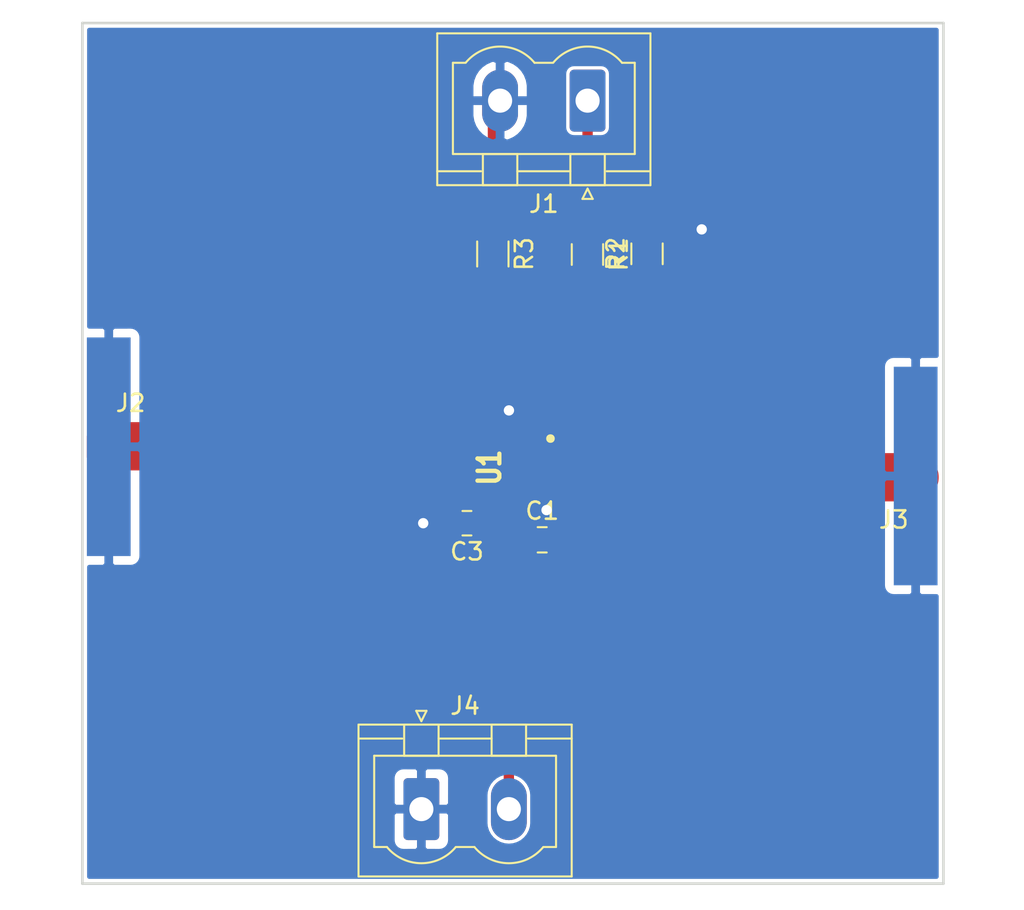
<source format=kicad_pcb>
(kicad_pcb (version 20171130) (host pcbnew "(5.1.10)-1")

  (general
    (thickness 1.6)
    (drawings 5)
    (tracks 64)
    (zones 0)
    (modules 10)
    (nets 7)
  )

  (page A4)
  (layers
    (0 F.Cu signal)
    (31 B.Cu signal)
    (32 B.Adhes user)
    (33 F.Adhes user)
    (34 B.Paste user)
    (35 F.Paste user)
    (36 B.SilkS user)
    (37 F.SilkS user)
    (38 B.Mask user)
    (39 F.Mask user)
    (40 Dwgs.User user)
    (41 Cmts.User user)
    (42 Eco1.User user)
    (43 Eco2.User user)
    (44 Edge.Cuts user)
    (45 Margin user)
    (46 B.CrtYd user)
    (47 F.CrtYd user)
    (48 B.Fab user)
    (49 F.Fab user)
  )

  (setup
    (last_trace_width 1)
    (user_trace_width 0.25)
    (user_trace_width 0.45)
    (user_trace_width 0.6)
    (user_trace_width 2.804)
    (trace_clearance 0.2)
    (zone_clearance 0.2)
    (zone_45_only no)
    (trace_min 0.2)
    (via_size 0.8)
    (via_drill 0.4)
    (via_min_size 0.6)
    (via_min_drill 0.3)
    (uvia_size 0.3)
    (uvia_drill 0.1)
    (uvias_allowed no)
    (uvia_min_size 0.2)
    (uvia_min_drill 0.1)
    (edge_width 0.15)
    (segment_width 0.2)
    (pcb_text_width 0.3)
    (pcb_text_size 1.5 1.5)
    (mod_edge_width 0.15)
    (mod_text_size 1 1)
    (mod_text_width 0.15)
    (pad_size 0.25 0.5)
    (pad_drill 0)
    (pad_to_mask_clearance 0.2)
    (aux_axis_origin 0 0)
    (visible_elements 7FFFFFFF)
    (pcbplotparams
      (layerselection 0x01000_7fffffff)
      (usegerberextensions false)
      (usegerberattributes false)
      (usegerberadvancedattributes false)
      (creategerberjobfile false)
      (excludeedgelayer true)
      (linewidth 0.100000)
      (plotframeref false)
      (viasonmask false)
      (mode 1)
      (useauxorigin false)
      (hpglpennumber 1)
      (hpglpenspeed 20)
      (hpglpendiameter 15.000000)
      (psnegative false)
      (psa4output false)
      (plotreference true)
      (plotvalue true)
      (plotinvisibletext false)
      (padsonsilk false)
      (subtractmaskfromsilk false)
      (outputformat 1)
      (mirror false)
      (drillshape 0)
      (scaleselection 1)
      (outputdirectory "../saida/"))
  )

  (net 0 "")
  (net 1 GND)
  (net 2 +5V)
  (net 3 "Net-(J3-Pad1)")
  (net 4 "Net-(J2-Pad1)")
  (net 5 "Net-(R1-Pad2)")
  (net 6 "Net-(R3-Pad2)")

  (net_class Default "This is the default net class."
    (clearance 0.2)
    (trace_width 1)
    (via_dia 0.8)
    (via_drill 0.4)
    (uvia_dia 0.3)
    (uvia_drill 0.1)
    (add_net +5V)
    (add_net GND)
    (add_net "Net-(J2-Pad1)")
    (add_net "Net-(R1-Pad2)")
    (add_net "Net-(R3-Pad2)")
  )

  (net_class Micro50 ""
    (clearance 0.2)
    (trace_width 2.8039)
    (via_dia 0.8)
    (via_drill 0.4)
    (uvia_dia 0.3)
    (uvia_drill 0.1)
    (add_net "Net-(J3-Pad1)")
  )

  (module Capacitor_SMD:C_0805_2012Metric (layer F.Cu) (tedit 5F68FEEE) (tstamp 60018F1A)
    (at 146.6088 97.4852)
    (descr "Capacitor SMD 0805 (2012 Metric), square (rectangular) end terminal, IPC_7351 nominal, (Body size source: IPC-SM-782 page 76, https://www.pcb-3d.com/wordpress/wp-content/uploads/ipc-sm-782a_amendment_1_and_2.pdf, https://docs.google.com/spreadsheets/d/1BsfQQcO9C6DZCsRaXUlFlo91Tg2WpOkGARC1WS5S8t0/edit?usp=sharing), generated with kicad-footprint-generator")
    (tags capacitor)
    (path /600C3614)
    (attr smd)
    (fp_text reference C1 (at 0 -1.68) (layer F.SilkS)
      (effects (font (size 1 1) (thickness 0.15)))
    )
    (fp_text value 220pF (at 0 1.68) (layer F.Fab)
      (effects (font (size 1 1) (thickness 0.15)))
    )
    (fp_line (start -1 0.625) (end -1 -0.625) (layer F.Fab) (width 0.1))
    (fp_line (start -1 -0.625) (end 1 -0.625) (layer F.Fab) (width 0.1))
    (fp_line (start 1 -0.625) (end 1 0.625) (layer F.Fab) (width 0.1))
    (fp_line (start 1 0.625) (end -1 0.625) (layer F.Fab) (width 0.1))
    (fp_line (start -0.261252 -0.735) (end 0.261252 -0.735) (layer F.SilkS) (width 0.12))
    (fp_line (start -0.261252 0.735) (end 0.261252 0.735) (layer F.SilkS) (width 0.12))
    (fp_line (start -1.7 0.98) (end -1.7 -0.98) (layer F.CrtYd) (width 0.05))
    (fp_line (start -1.7 -0.98) (end 1.7 -0.98) (layer F.CrtYd) (width 0.05))
    (fp_line (start 1.7 -0.98) (end 1.7 0.98) (layer F.CrtYd) (width 0.05))
    (fp_line (start 1.7 0.98) (end -1.7 0.98) (layer F.CrtYd) (width 0.05))
    (fp_text user %R (at 0 0) (layer F.Fab)
      (effects (font (size 0.5 0.5) (thickness 0.08)))
    )
    (pad 2 smd roundrect (at 0.95 0) (size 1 1.45) (layers F.Cu F.Paste F.Mask) (roundrect_rratio 0.25)
      (net 1 GND))
    (pad 1 smd roundrect (at -0.95 0) (size 1 1.45) (layers F.Cu F.Paste F.Mask) (roundrect_rratio 0.25)
      (net 2 +5V))
    (model ${KISYS3DMOD}/Capacitor_SMD.3dshapes/C_0805_2012Metric.wrl
      (at (xyz 0 0 0))
      (scale (xyz 1 1 1))
      (rotate (xyz 0 0 0))
    )
  )

  (module SamacSys_Parts:QFN-8 (layer F.Cu) (tedit 6000EF1F) (tstamp 5D8C38D3)
    (at 145.69032 92.92786 270)
    (descr SE2568LR)
    (tags "Undefined or Miscellaneous")
    (path /5D8B3991)
    (attr smd)
    (fp_text reference U1 (at 0.35814 2.14376 90) (layer F.SilkS)
      (effects (font (size 1.27 1) (thickness 0.25)))
    )
    (fp_text value SE2609L-R (at -0.73914 2.95402 90) (layer F.SilkS) hide
      (effects (font (size 1.27 1.27) (thickness 0.254)))
    )
    (fp_line (start -1.575 -1.275) (end 1.575 -1.275) (layer F.CrtYd) (width 0.05))
    (fp_line (start 1.575 -1.275) (end 1.575 1.275) (layer F.CrtYd) (width 0.05))
    (fp_line (start 1.575 1.275) (end -1.575 1.275) (layer F.CrtYd) (width 0.05))
    (fp_line (start -1.575 1.275) (end -1.575 -1.275) (layer F.CrtYd) (width 0.05))
    (fp_line (start -1 -1) (end 1 -1) (layer F.Fab) (width 0.1))
    (fp_line (start 1 -1) (end 1 1) (layer F.Fab) (width 0.1))
    (fp_line (start 1 1) (end -1 1) (layer F.Fab) (width 0.1))
    (fp_line (start -1 1) (end -1 -1) (layer F.Fab) (width 0.1))
    (fp_line (start -1 -0.5) (end -0.5 -1) (layer F.Fab) (width 0.1))
    (fp_circle (center -1.325 -1.4) (end -1.325 -1.275) (layer F.SilkS) (width 0.25))
    (fp_text user %R (at 0.16002 2.56794 90) (layer F.Fab)
      (effects (font (size 1.27 1.27) (thickness 0.254)))
    )
    (pad 1 smd rect (at -0.85 -0.75) (size 0.25 0.5) (layers F.Cu F.Paste F.Mask)
      (net 5 "Net-(R1-Pad2)"))
    (pad 2 smd rect (at -0.85 -0.25) (size 0.25 0.5) (layers F.Cu F.Paste F.Mask)
      (net 6 "Net-(R3-Pad2)"))
    (pad 3 smd rect (at -0.85 0.25) (size 0.25 0.5) (layers F.Cu F.Paste F.Mask)
      (net 1 GND))
    (pad 4 smd rect (at -0.85 0.75) (size 0.25 0.5) (layers F.Cu F.Paste F.Mask)
      (net 4 "Net-(J2-Pad1)"))
    (pad 5 smd rect (at 0.85 0.75) (size 0.25 0.5) (layers F.Cu F.Paste F.Mask)
      (net 2 +5V))
    (pad 6 smd rect (at 0.85 0.25) (size 0.25 0.5) (layers F.Cu F.Paste F.Mask)
      (net 2 +5V))
    (pad 7 smd rect (at 0.85 -0.25) (size 0.25 0.5) (layers F.Cu F.Paste F.Mask)
      (net 1 GND))
    (pad 8 smd rect (at 0.85 -0.75) (size 0.25 0.5) (layers F.Cu F.Paste F.Mask)
      (net 3 "Net-(J3-Pad1)"))
    (pad 9 smd rect (at 0 0 270) (size 0.9 1.6) (layers F.Cu F.Paste F.Mask)
      (net 1 GND))
    (model C:\SamacSys_PCB_Library\KiCad\SamacSys_Parts.3dshapes\SE2609L-R.stp
      (at (xyz 0 0 0))
      (scale (xyz 1 1 1))
      (rotate (xyz 0 0 0))
    )
  )

  (module Resistor_SMD:R_1206_3216Metric (layer F.Cu) (tedit 5F68FEEE) (tstamp 60011E3D)
    (at 143.74368 80.87868 270)
    (descr "Resistor SMD 1206 (3216 Metric), square (rectangular) end terminal, IPC_7351 nominal, (Body size source: IPC-SM-782 page 72, https://www.pcb-3d.com/wordpress/wp-content/uploads/ipc-sm-782a_amendment_1_and_2.pdf), generated with kicad-footprint-generator")
    (tags resistor)
    (path /6004BC28)
    (attr smd)
    (fp_text reference R3 (at 0 -1.82 90) (layer F.SilkS)
      (effects (font (size 1 1) (thickness 0.15)))
    )
    (fp_text value 10k (at 0 1.82 90) (layer F.Fab)
      (effects (font (size 1 1) (thickness 0.15)))
    )
    (fp_line (start 2.28 1.12) (end -2.28 1.12) (layer F.CrtYd) (width 0.05))
    (fp_line (start 2.28 -1.12) (end 2.28 1.12) (layer F.CrtYd) (width 0.05))
    (fp_line (start -2.28 -1.12) (end 2.28 -1.12) (layer F.CrtYd) (width 0.05))
    (fp_line (start -2.28 1.12) (end -2.28 -1.12) (layer F.CrtYd) (width 0.05))
    (fp_line (start -0.727064 0.91) (end 0.727064 0.91) (layer F.SilkS) (width 0.12))
    (fp_line (start -0.727064 -0.91) (end 0.727064 -0.91) (layer F.SilkS) (width 0.12))
    (fp_line (start 1.6 0.8) (end -1.6 0.8) (layer F.Fab) (width 0.1))
    (fp_line (start 1.6 -0.8) (end 1.6 0.8) (layer F.Fab) (width 0.1))
    (fp_line (start -1.6 -0.8) (end 1.6 -0.8) (layer F.Fab) (width 0.1))
    (fp_line (start -1.6 0.8) (end -1.6 -0.8) (layer F.Fab) (width 0.1))
    (fp_text user %R (at 0.24438 -0.11684 90) (layer F.Fab)
      (effects (font (size 0.8 0.8) (thickness 0.12)))
    )
    (pad 2 smd roundrect (at 1.4625 0 270) (size 1.125 1.75) (layers F.Cu F.Paste F.Mask) (roundrect_rratio 0.2222195555555556)
      (net 6 "Net-(R3-Pad2)"))
    (pad 1 smd roundrect (at -1.4625 0 270) (size 1.125 1.75) (layers F.Cu F.Paste F.Mask) (roundrect_rratio 0.2222195555555556)
      (net 1 GND))
    (model ${KISYS3DMOD}/Resistor_SMD.3dshapes/R_1206_3216Metric.wrl
      (at (xyz 0 0 0))
      (scale (xyz 1 1 1))
      (rotate (xyz 0 0 0))
    )
  )

  (module Connector_Phoenix_MSTB:PhoenixContact_MSTBVA_2,5_2-G-5,08_1x02_P5.08mm_Vertical (layer F.Cu) (tedit 5B785047) (tstamp 60011E0C)
    (at 139.59332 113.1316)
    (descr "Generic Phoenix Contact connector footprint for: MSTBVA_2,5/2-G-5,08; number of pins: 02; pin pitch: 5.08mm; Vertical || order number: 1755736 12A || order number: 1924305 16A (HC)")
    (tags "phoenix_contact connector MSTBVA_01x02_G_5.08mm")
    (path /6000FAFE)
    (fp_text reference J4 (at 2.54 -6) (layer F.SilkS)
      (effects (font (size 1 1) (thickness 0.15)))
    )
    (fp_text value Conn_01x02 (at 2.54 5) (layer F.Fab)
      (effects (font (size 1 1) (thickness 0.15)))
    )
    (fp_line (start -0.5 -3.55) (end 0.5 -3.55) (layer F.Fab) (width 0.1))
    (fp_line (start 0 -2.55) (end -0.5 -3.55) (layer F.Fab) (width 0.1))
    (fp_line (start 0.5 -3.55) (end 0 -2.55) (layer F.Fab) (width 0.1))
    (fp_line (start -0.3 -5.71) (end 0.3 -5.71) (layer F.SilkS) (width 0.12))
    (fp_line (start 0 -5.11) (end -0.3 -5.71) (layer F.SilkS) (width 0.12))
    (fp_line (start 0.3 -5.71) (end 0 -5.11) (layer F.SilkS) (width 0.12))
    (fp_line (start 9.12 -5.3) (end -4.04 -5.3) (layer F.CrtYd) (width 0.05))
    (fp_line (start 9.12 4.3) (end 9.12 -5.3) (layer F.CrtYd) (width 0.05))
    (fp_line (start -4.04 4.3) (end 9.12 4.3) (layer F.CrtYd) (width 0.05))
    (fp_line (start -4.04 -5.3) (end -4.04 4.3) (layer F.CrtYd) (width 0.05))
    (fp_line (start 7.82 2.2) (end 7.08 2.2) (layer F.SilkS) (width 0.12))
    (fp_line (start 7.82 -3.1) (end 7.82 2.2) (layer F.SilkS) (width 0.12))
    (fp_line (start -2.74 -3.1) (end 7.82 -3.1) (layer F.SilkS) (width 0.12))
    (fp_line (start -2.74 2.2) (end -2.74 -3.1) (layer F.SilkS) (width 0.12))
    (fp_line (start -2 2.2) (end -2.74 2.2) (layer F.SilkS) (width 0.12))
    (fp_line (start 2 2.2) (end 3.08 2.2) (layer F.SilkS) (width 0.12))
    (fp_line (start 6.08 -3.1) (end 4.08 -3.1) (layer F.SilkS) (width 0.12))
    (fp_line (start 6.08 -4.91) (end 6.08 -3.1) (layer F.SilkS) (width 0.12))
    (fp_line (start 4.08 -4.91) (end 6.08 -4.91) (layer F.SilkS) (width 0.12))
    (fp_line (start 4.08 -3.1) (end 4.08 -4.91) (layer F.SilkS) (width 0.12))
    (fp_line (start 1 -3.1) (end -1 -3.1) (layer F.SilkS) (width 0.12))
    (fp_line (start 1 -4.91) (end 1 -3.1) (layer F.SilkS) (width 0.12))
    (fp_line (start -1 -4.91) (end 1 -4.91) (layer F.SilkS) (width 0.12))
    (fp_line (start -1 -3.1) (end -1 -4.91) (layer F.SilkS) (width 0.12))
    (fp_line (start 1 -4.1) (end 4.08 -4.1) (layer F.SilkS) (width 0.12))
    (fp_line (start 8.73 -4.1) (end 6.19 -4.1) (layer F.SilkS) (width 0.12))
    (fp_line (start -3.65 -4.1) (end -1.11 -4.1) (layer F.SilkS) (width 0.12))
    (fp_line (start 8.62 -4.8) (end -3.54 -4.8) (layer F.Fab) (width 0.1))
    (fp_line (start 8.62 3.8) (end 8.62 -4.8) (layer F.Fab) (width 0.1))
    (fp_line (start -3.54 3.8) (end 8.62 3.8) (layer F.Fab) (width 0.1))
    (fp_line (start -3.54 -4.8) (end -3.54 3.8) (layer F.Fab) (width 0.1))
    (fp_line (start 8.73 -4.91) (end -3.65 -4.91) (layer F.SilkS) (width 0.12))
    (fp_line (start 8.73 3.91) (end 8.73 -4.91) (layer F.SilkS) (width 0.12))
    (fp_line (start -3.65 3.91) (end 8.73 3.91) (layer F.SilkS) (width 0.12))
    (fp_line (start -3.65 -4.91) (end -3.65 3.91) (layer F.SilkS) (width 0.12))
    (fp_text user %R (at 2.54 -4.1) (layer F.Fab)
      (effects (font (size 1 1) (thickness 0.15)))
    )
    (fp_arc (start 5.08 0.55) (end 3.08 2.2) (angle -100.5) (layer F.SilkS) (width 0.12))
    (fp_arc (start 0 0.55) (end -2 2.2) (angle -100.5) (layer F.SilkS) (width 0.12))
    (pad 2 thru_hole oval (at 5.08 0) (size 2.08 3.6) (drill 1.4) (layers *.Cu *.Mask)
      (net 2 +5V))
    (pad 1 thru_hole roundrect (at 0 0) (size 2.08 3.6) (drill 1.4) (layers *.Cu *.Mask) (roundrect_rratio 0.1201908653846154)
      (net 1 GND))
    (model ${KISYS3DMOD}/Connector_Phoenix_MSTB.3dshapes/PhoenixContact_MSTBVA_2,5_2-G-5,08_1x02_P5.08mm_Vertical.wrl
      (at (xyz 0 0 0))
      (scale (xyz 1 1 1))
      (rotate (xyz 0 0 0))
    )
  )

  (module Resistor_SMD:R_1206_3216Metric (layer F.Cu) (tedit 5B301BBD) (tstamp 5D8C38BB)
    (at 152.69688 80.86828 90)
    (descr "Resistor SMD 1206 (3216 Metric), square (rectangular) end terminal, IPC_7351 nominal, (Body size source: http://www.tortai-tech.com/upload/download/2011102023233369053.pdf), generated with kicad-footprint-generator")
    (tags resistor)
    (path /5D8C07D3)
    (attr smd)
    (fp_text reference R2 (at 0 -1.82 90) (layer F.SilkS)
      (effects (font (size 1 1) (thickness 0.15)))
    )
    (fp_text value 22K (at 0 1.82 90) (layer F.Fab)
      (effects (font (size 1 1) (thickness 0.15)))
    )
    (fp_line (start 2.28 1.12) (end -2.28 1.12) (layer F.CrtYd) (width 0.05))
    (fp_line (start 2.28 -1.12) (end 2.28 1.12) (layer F.CrtYd) (width 0.05))
    (fp_line (start -2.28 -1.12) (end 2.28 -1.12) (layer F.CrtYd) (width 0.05))
    (fp_line (start -2.28 1.12) (end -2.28 -1.12) (layer F.CrtYd) (width 0.05))
    (fp_line (start -0.602064 0.91) (end 0.602064 0.91) (layer F.SilkS) (width 0.12))
    (fp_line (start -0.602064 -0.91) (end 0.602064 -0.91) (layer F.SilkS) (width 0.12))
    (fp_line (start 1.6 0.8) (end -1.6 0.8) (layer F.Fab) (width 0.1))
    (fp_line (start 1.6 -0.8) (end 1.6 0.8) (layer F.Fab) (width 0.1))
    (fp_line (start -1.6 -0.8) (end 1.6 -0.8) (layer F.Fab) (width 0.1))
    (fp_line (start -1.6 0.8) (end -1.6 -0.8) (layer F.Fab) (width 0.1))
    (fp_text user %R (at 0.07 -0.09 90) (layer F.Fab)
      (effects (font (size 0.8 0.8) (thickness 0.12)))
    )
    (pad 2 smd roundrect (at 1.4 0 90) (size 1.25 1.75) (layers F.Cu F.Paste F.Mask) (roundrect_rratio 0.2)
      (net 1 GND))
    (pad 1 smd roundrect (at -1.4 0 90) (size 1.25 1.75) (layers F.Cu F.Paste F.Mask) (roundrect_rratio 0.2)
      (net 5 "Net-(R1-Pad2)"))
    (model ${KISYS3DMOD}/Resistor_SMD.3dshapes/R_1206_3216Metric.wrl
      (at (xyz 0 0 0))
      (scale (xyz 1 1 1))
      (rotate (xyz 0 0 0))
    )
  )

  (module Resistor_SMD:R_1206_3216Metric (layer F.Cu) (tedit 5B301BBD) (tstamp 5D8C38AA)
    (at 149.23688 80.90828 270)
    (descr "Resistor SMD 1206 (3216 Metric), square (rectangular) end terminal, IPC_7351 nominal, (Body size source: http://www.tortai-tech.com/upload/download/2011102023233369053.pdf), generated with kicad-footprint-generator")
    (tags resistor)
    (path /5D8C118C)
    (attr smd)
    (fp_text reference R1 (at 0 -1.82 90) (layer F.SilkS)
      (effects (font (size 1 1) (thickness 0.15)))
    )
    (fp_text value 3.3K (at 0 1.82 90) (layer F.Fab)
      (effects (font (size 1 1) (thickness 0.15)))
    )
    (fp_line (start 2.28 1.12) (end -2.28 1.12) (layer F.CrtYd) (width 0.05))
    (fp_line (start 2.28 -1.12) (end 2.28 1.12) (layer F.CrtYd) (width 0.05))
    (fp_line (start -2.28 -1.12) (end 2.28 -1.12) (layer F.CrtYd) (width 0.05))
    (fp_line (start -2.28 1.12) (end -2.28 -1.12) (layer F.CrtYd) (width 0.05))
    (fp_line (start -0.602064 0.91) (end 0.602064 0.91) (layer F.SilkS) (width 0.12))
    (fp_line (start -0.602064 -0.91) (end 0.602064 -0.91) (layer F.SilkS) (width 0.12))
    (fp_line (start 1.6 0.8) (end -1.6 0.8) (layer F.Fab) (width 0.1))
    (fp_line (start 1.6 -0.8) (end 1.6 0.8) (layer F.Fab) (width 0.1))
    (fp_line (start -1.6 -0.8) (end 1.6 -0.8) (layer F.Fab) (width 0.1))
    (fp_line (start -1.6 0.8) (end -1.6 -0.8) (layer F.Fab) (width 0.1))
    (fp_text user %R (at 0.17 0.02 90) (layer F.Fab)
      (effects (font (size 0.8 0.8) (thickness 0.12)))
    )
    (pad 2 smd roundrect (at 1.4 0 270) (size 1.25 1.75) (layers F.Cu F.Paste F.Mask) (roundrect_rratio 0.2)
      (net 5 "Net-(R1-Pad2)"))
    (pad 1 smd roundrect (at -1.4 0 270) (size 1.25 1.75) (layers F.Cu F.Paste F.Mask) (roundrect_rratio 0.2)
      (net 2 +5V))
    (model ${KISYS3DMOD}/Resistor_SMD.3dshapes/R_1206_3216Metric.wrl
      (at (xyz 0 0 0))
      (scale (xyz 1 1 1))
      (rotate (xyz 0 0 0))
    )
  )

  (module footprints:SMA_Amphenol_901-9215_EdgeMount (layer F.Cu) (tedit 5C4A10C0) (tstamp 5D8C3851)
    (at 125.25032 92.07786 180)
    (descr http://www.amphenolrf.com/132289.html)
    (tags SMA)
    (path /5D8B185D)
    (attr smd)
    (fp_text reference J2 (at 2.54 2.54 180) (layer F.SilkS)
      (effects (font (size 1 1) (thickness 0.15)))
    )
    (fp_text value Conn_Coaxial (at 5 7.62) (layer F.Fab)
      (effects (font (size 1 1) (thickness 0.15)))
    )
    (fp_line (start -2.54 6.35) (end -2.54 -6.35) (layer B.CrtYd) (width 0.05))
    (fp_line (start 5.08 6.35) (end -2.54 6.35) (layer B.CrtYd) (width 0.05))
    (fp_line (start 5.08 -6.35) (end 5.08 6.35) (layer B.CrtYd) (width 0.05))
    (fp_line (start 5.08 -6.35) (end -2.54 -6.35) (layer B.CrtYd) (width 0.05))
    (fp_line (start -2.54 6.35) (end -2.54 -6.35) (layer F.CrtYd) (width 0.05))
    (fp_line (start 5.08 6.35) (end -2.54 6.35) (layer F.CrtYd) (width 0.05))
    (fp_line (start 5.08 -6.35) (end 5.08 6.35) (layer F.CrtYd) (width 0.05))
    (fp_line (start 5.08 -6.35) (end -2.54 -6.35) (layer F.CrtYd) (width 0.05))
    (fp_text user %R (at 1.27 -3.81 270) (layer F.Fab)
      (effects (font (size 1 1) (thickness 0.15)))
    )
    (pad 1 smd rect (at 1.27 0 270) (size 1.27 7.62) (layers F.Cu F.Paste F.Mask)
      (net 4 "Net-(J2-Pad1)"))
    (pad 2 smd rect (at 3.81 0) (size 2.54 12.7) (layers B.Cu B.Paste B.Mask)
      (net 1 GND))
    (model ${KISYS3DMOD}/Connector_Coaxial.3dshapes/SMA_Amphenol_132289_EdgeMount.wrl
      (at (xyz 0 0 0))
      (scale (xyz 1 1 1))
      (rotate (xyz 0 0 0))
    )
    (model C:/Users/USER/Desktop/901-9215-REV-1.igs
      (offset (xyz 14.73199977874756 0 0.6349999904632568))
      (scale (xyz 1 1 1))
      (rotate (xyz 0 180 0))
    )
  )

  (module Connector_Phoenix_MSTB:PhoenixContact_MSTBVA_2,5_2-G-5,08_1x02_P5.08mm_Vertical (layer F.Cu) (tedit 5B785047) (tstamp 5D8C430E)
    (at 149.2446 71.97004 180)
    (descr "Generic Phoenix Contact connector footprint for: MSTBVA_2,5/2-G-5,08; number of pins: 02; pin pitch: 5.08mm; Vertical || order number: 1755736 12A || order number: 1924305 16A (HC)")
    (tags "phoenix_contact connector MSTBVA_01x02_G_5.08mm")
    (path /5C4FA506)
    (fp_text reference J1 (at 2.54 -6) (layer F.SilkS)
      (effects (font (size 1 1) (thickness 0.15)))
    )
    (fp_text value Conn_01x02 (at 2.54 5) (layer F.Fab)
      (effects (font (size 1 1) (thickness 0.15)))
    )
    (fp_line (start -0.5 -3.55) (end 0.5 -3.55) (layer F.Fab) (width 0.1))
    (fp_line (start 0 -2.55) (end -0.5 -3.55) (layer F.Fab) (width 0.1))
    (fp_line (start 0.5 -3.55) (end 0 -2.55) (layer F.Fab) (width 0.1))
    (fp_line (start -0.3 -5.71) (end 0.3 -5.71) (layer F.SilkS) (width 0.12))
    (fp_line (start 0 -5.11) (end -0.3 -5.71) (layer F.SilkS) (width 0.12))
    (fp_line (start 0.3 -5.71) (end 0 -5.11) (layer F.SilkS) (width 0.12))
    (fp_line (start 9.12 -5.3) (end -4.04 -5.3) (layer F.CrtYd) (width 0.05))
    (fp_line (start 9.12 4.3) (end 9.12 -5.3) (layer F.CrtYd) (width 0.05))
    (fp_line (start -4.04 4.3) (end 9.12 4.3) (layer F.CrtYd) (width 0.05))
    (fp_line (start -4.04 -5.3) (end -4.04 4.3) (layer F.CrtYd) (width 0.05))
    (fp_line (start 7.82 2.2) (end 7.08 2.2) (layer F.SilkS) (width 0.12))
    (fp_line (start 7.82 -3.1) (end 7.82 2.2) (layer F.SilkS) (width 0.12))
    (fp_line (start -2.74 -3.1) (end 7.82 -3.1) (layer F.SilkS) (width 0.12))
    (fp_line (start -2.74 2.2) (end -2.74 -3.1) (layer F.SilkS) (width 0.12))
    (fp_line (start -2 2.2) (end -2.74 2.2) (layer F.SilkS) (width 0.12))
    (fp_line (start 2 2.2) (end 3.08 2.2) (layer F.SilkS) (width 0.12))
    (fp_line (start 6.08 -3.1) (end 4.08 -3.1) (layer F.SilkS) (width 0.12))
    (fp_line (start 6.08 -4.91) (end 6.08 -3.1) (layer F.SilkS) (width 0.12))
    (fp_line (start 4.08 -4.91) (end 6.08 -4.91) (layer F.SilkS) (width 0.12))
    (fp_line (start 4.08 -3.1) (end 4.08 -4.91) (layer F.SilkS) (width 0.12))
    (fp_line (start 1 -3.1) (end -1 -3.1) (layer F.SilkS) (width 0.12))
    (fp_line (start 1 -4.91) (end 1 -3.1) (layer F.SilkS) (width 0.12))
    (fp_line (start -1 -4.91) (end 1 -4.91) (layer F.SilkS) (width 0.12))
    (fp_line (start -1 -3.1) (end -1 -4.91) (layer F.SilkS) (width 0.12))
    (fp_line (start 1 -4.1) (end 4.08 -4.1) (layer F.SilkS) (width 0.12))
    (fp_line (start 8.73 -4.1) (end 6.19 -4.1) (layer F.SilkS) (width 0.12))
    (fp_line (start -3.65 -4.1) (end -1.11 -4.1) (layer F.SilkS) (width 0.12))
    (fp_line (start 8.62 -4.8) (end -3.54 -4.8) (layer F.Fab) (width 0.1))
    (fp_line (start 8.62 3.8) (end 8.62 -4.8) (layer F.Fab) (width 0.1))
    (fp_line (start -3.54 3.8) (end 8.62 3.8) (layer F.Fab) (width 0.1))
    (fp_line (start -3.54 -4.8) (end -3.54 3.8) (layer F.Fab) (width 0.1))
    (fp_line (start 8.73 -4.91) (end -3.65 -4.91) (layer F.SilkS) (width 0.12))
    (fp_line (start 8.73 3.91) (end 8.73 -4.91) (layer F.SilkS) (width 0.12))
    (fp_line (start -3.65 3.91) (end 8.73 3.91) (layer F.SilkS) (width 0.12))
    (fp_line (start -3.65 -4.91) (end -3.65 3.91) (layer F.SilkS) (width 0.12))
    (fp_text user %R (at 2.54 -4.1) (layer F.Fab)
      (effects (font (size 1 1) (thickness 0.15)))
    )
    (fp_arc (start 5.08 0.55) (end 3.08 2.2) (angle -100.5) (layer F.SilkS) (width 0.12))
    (fp_arc (start 0 0.55) (end -2 2.2) (angle -100.5) (layer F.SilkS) (width 0.12))
    (pad 2 thru_hole oval (at 5.08 0 180) (size 2.08 3.6) (drill 1.4) (layers *.Cu *.Mask)
      (net 1 GND))
    (pad 1 thru_hole roundrect (at 0 0 180) (size 2.08 3.6) (drill 1.4) (layers *.Cu *.Mask) (roundrect_rratio 0.1201908653846154)
      (net 2 +5V))
    (model ${KISYS3DMOD}/Connector_Phoenix_MSTB.3dshapes/PhoenixContact_MSTBVA_2,5_2-G-5,08_1x02_P5.08mm_Vertical.wrl
      (at (xyz 0 0 0))
      (scale (xyz 1 1 1))
      (rotate (xyz 0 0 0))
    )
  )

  (module footprints:SMA_Amphenol_901-9215_EdgeMount (layer F.Cu) (tedit 5C4A10C0) (tstamp 6001241C)
    (at 164.48532 93.77786)
    (descr http://www.amphenolrf.com/132289.html)
    (tags SMA)
    (path /5C49BA5D)
    (attr smd)
    (fp_text reference J3 (at 2.54 2.54) (layer F.SilkS)
      (effects (font (size 1 1) (thickness 0.15)))
    )
    (fp_text value Conn_Coaxial (at 5 7.62 180) (layer F.Fab)
      (effects (font (size 1 1) (thickness 0.15)))
    )
    (fp_line (start -2.54 6.35) (end -2.54 -6.35) (layer B.CrtYd) (width 0.05))
    (fp_line (start 5.08 6.35) (end -2.54 6.35) (layer B.CrtYd) (width 0.05))
    (fp_line (start 5.08 -6.35) (end 5.08 6.35) (layer B.CrtYd) (width 0.05))
    (fp_line (start 5.08 -6.35) (end -2.54 -6.35) (layer B.CrtYd) (width 0.05))
    (fp_line (start -2.54 6.35) (end -2.54 -6.35) (layer F.CrtYd) (width 0.05))
    (fp_line (start 5.08 6.35) (end -2.54 6.35) (layer F.CrtYd) (width 0.05))
    (fp_line (start 5.08 -6.35) (end 5.08 6.35) (layer F.CrtYd) (width 0.05))
    (fp_line (start 5.08 -6.35) (end -2.54 -6.35) (layer F.CrtYd) (width 0.05))
    (fp_text user %R (at 1.27 -3.81 90) (layer F.Fab)
      (effects (font (size 1 1) (thickness 0.15)))
    )
    (pad 1 smd rect (at 1.27 0 90) (size 1.27 7.62) (layers F.Cu F.Paste F.Mask)
      (net 3 "Net-(J3-Pad1)"))
    (pad 2 smd rect (at 3.81 0 180) (size 2.54 12.7) (layers B.Cu B.Paste B.Mask)
      (net 1 GND))
    (model ${KISYS3DMOD}/Connector_Coaxial.3dshapes/SMA_Amphenol_132289_EdgeMount.wrl
      (at (xyz 0 0 0))
      (scale (xyz 1 1 1))
      (rotate (xyz 0 0 0))
    )
    (model C:/Users/USER/Desktop/901-9215-REV-1.igs
      (offset (xyz 14.73199977874756 0 0.6349999904632568))
      (scale (xyz 1 1 1))
      (rotate (xyz 0 180 0))
    )
  )

  (module Capacitor_SMD:C_0805_2012Metric (layer F.Cu) (tedit 5B36C52B) (tstamp 5D54D458)
    (at 142.24 96.52 180)
    (descr "Capacitor SMD 0805 (2012 Metric), square (rectangular) end terminal, IPC_7351 nominal, (Body size source: https://docs.google.com/spreadsheets/d/1BsfQQcO9C6DZCsRaXUlFlo91Tg2WpOkGARC1WS5S8t0/edit?usp=sharing), generated with kicad-footprint-generator")
    (tags capacitor)
    (path /5C4FA0B6)
    (attr smd)
    (fp_text reference C3 (at 0 -1.65) (layer F.SilkS)
      (effects (font (size 1 1) (thickness 0.15)))
    )
    (fp_text value 220pF (at 0 1.65) (layer F.Fab)
      (effects (font (size 1 1) (thickness 0.15)))
    )
    (fp_line (start 1.68 0.95) (end -1.68 0.95) (layer F.CrtYd) (width 0.05))
    (fp_line (start 1.68 -0.95) (end 1.68 0.95) (layer F.CrtYd) (width 0.05))
    (fp_line (start -1.68 -0.95) (end 1.68 -0.95) (layer F.CrtYd) (width 0.05))
    (fp_line (start -1.68 0.95) (end -1.68 -0.95) (layer F.CrtYd) (width 0.05))
    (fp_line (start -0.258578 0.71) (end 0.258578 0.71) (layer F.SilkS) (width 0.12))
    (fp_line (start -0.258578 -0.71) (end 0.258578 -0.71) (layer F.SilkS) (width 0.12))
    (fp_line (start 1 0.6) (end -1 0.6) (layer F.Fab) (width 0.1))
    (fp_line (start 1 -0.6) (end 1 0.6) (layer F.Fab) (width 0.1))
    (fp_line (start -1 -0.6) (end 1 -0.6) (layer F.Fab) (width 0.1))
    (fp_line (start -1 0.6) (end -1 -0.6) (layer F.Fab) (width 0.1))
    (fp_text user %R (at -0.1175 -0.05) (layer F.Fab)
      (effects (font (size 0.5 0.5) (thickness 0.08)))
    )
    (pad 2 smd roundrect (at 0.9375 0 180) (size 0.975 1.4) (layers F.Cu F.Paste F.Mask) (roundrect_rratio 0.25)
      (net 1 GND))
    (pad 1 smd roundrect (at -0.9375 0 180) (size 0.975 1.4) (layers F.Cu F.Paste F.Mask) (roundrect_rratio 0.25)
      (net 2 +5V))
    (model ${KISYS3DMOD}/Capacitor_SMD.3dshapes/C_0805_2012Metric.wrl
      (at (xyz 0 0 0))
      (scale (xyz 1 1 1))
      (rotate (xyz 0 0 0))
    )
  )

  (gr_text "PSI Poli-USP" (at 159.78632 114.70386) (layer F.Cu)
    (effects (font (size 1.5 1.5) (thickness 0.3)))
  )
  (gr_line (start 119.90832 67.45986) (end 119.90832 117.45986) (layer Edge.Cuts) (width 0.15))
  (gr_line (start 169.90832 117.45986) (end 119.90832 117.45986) (layer Edge.Cuts) (width 0.15))
  (gr_line (start 119.90832 67.45986) (end 169.90832 67.45986) (layer Edge.Cuts) (width 0.15))
  (gr_line (start 169.90832 117.45986) (end 169.90832 67.45986) (layer Edge.Cuts) (width 0.15))

  (via (at 144.6784 89.9668) (size 1.3) (drill 0.6) (layers F.Cu B.Cu) (net 1))
  (via (at 155.87218 79.44866) (size 1.3) (drill 0.6) (layers F.Cu B.Cu) (net 1))
  (segment (start 143.7421 73.17254) (end 143.8246 73.09004) (width 0.25) (layer F.Cu) (net 1) (status 30))
  (segment (start 152.59304 79.36444) (end 152.69688 79.46828) (width 0.6) (layer F.Cu) (net 1))
  (segment (start 143.7493 72.38534) (end 144.1646 71.97004) (width 0.6) (layer F.Cu) (net 1))
  (segment (start 143.7493 79.6925) (end 143.7493 72.38534) (width 0.6) (layer F.Cu) (net 1))
  (segment (start 152.7165 79.44866) (end 152.69688 79.46828) (width 0.6) (layer F.Cu) (net 1))
  (segment (start 155.87218 79.44866) (end 152.7165 79.44866) (width 0.8) (layer F.Cu) (net 1))
  (segment (start 145.44032 92.07786) (end 145.44032 91.723996) (width 0.23) (layer F.Cu) (net 1))
  (segment (start 145.01368 91.297356) (end 145.394196 91.677872) (width 0.25) (layer F.Cu) (net 1))
  (segment (start 145.01368 90.89644) (end 145.01368 91.297356) (width 0.25) (layer F.Cu) (net 1))
  (via (at 139.7 96.52) (size 1.3) (drill 0.6) (layers F.Cu B.Cu) (net 1))
  (via (at 146.8628 95.758) (size 1.3) (drill 0.6) (layers F.Cu B.Cu) (net 1))
  (segment (start 139.7 96.52) (end 141.3025 96.52) (width 0.45) (layer F.Cu) (net 1))
  (segment (start 146.4564 94.753942) (end 146.4564 95.25) (width 0.45) (layer F.Cu) (net 1))
  (segment (start 145.99033 94.107699) (end 145.99033 94.287872) (width 0.25) (layer F.Cu) (net 1))
  (segment (start 145.99033 94.287872) (end 146.4564 94.753942) (width 0.25) (layer F.Cu) (net 1))
  (segment (start 145.94032 94.057689) (end 145.99033 94.107699) (width 0.25) (layer F.Cu) (net 1))
  (segment (start 145.94032 93.77786) (end 145.94032 94.057689) (width 0.25) (layer F.Cu) (net 1))
  (segment (start 147.6096 97.0788) (end 147.6096 96.2) (width 0.45) (layer F.Cu) (net 1))
  (segment (start 146.6596 95.25) (end 146.4564 95.25) (width 0.45) (layer F.Cu) (net 1))
  (segment (start 147.6096 96.2) (end 146.6596 95.25) (width 0.45) (layer F.Cu) (net 1))
  (segment (start 145.01368 90.30208) (end 144.6784 89.9668) (width 0.45) (layer F.Cu) (net 1))
  (segment (start 145.01368 90.89644) (end 145.01368 90.30208) (width 0.45) (layer F.Cu) (net 1))
  (segment (start 145.94032 93.17786) (end 145.69032 92.92786) (width 0.25) (layer F.Cu) (net 1))
  (segment (start 145.94032 93.77786) (end 145.94032 93.17786) (width 0.25) (layer F.Cu) (net 1))
  (segment (start 145.44032 92.67786) (end 145.69032 92.92786) (width 0.25) (layer F.Cu) (net 1))
  (segment (start 145.44032 92.07786) (end 145.44032 92.67786) (width 0.25) (layer F.Cu) (net 1))
  (segment (start 145.44032 93.77786) (end 145.44032 93.8707) (width 0.25) (layer F.Cu) (net 2))
  (segment (start 149.2446 79.50056) (end 149.23688 79.50828) (width 0.6) (layer F.Cu) (net 2))
  (segment (start 149.2446 71.97004) (end 149.2446 79.50056) (width 0.6) (layer F.Cu) (net 2))
  (segment (start 144.67332 113.1316) (end 144.67332 99.47148) (width 0.6) (layer F.Cu) (net 2))
  (segment (start 144.94032 93.77786) (end 144.72814 93.77786) (width 0.25) (layer F.Cu) (net 2))
  (segment (start 144.72814 94.96936) (end 143.1775 96.52) (width 0.45) (layer F.Cu) (net 2))
  (segment (start 144.72814 93.77786) (end 144.72814 94.96936) (width 0.45) (layer F.Cu) (net 2))
  (segment (start 145.44032 93.77786) (end 145.44032 94.33552) (width 0.25) (layer F.Cu) (net 2))
  (segment (start 145.44032 96.80952) (end 145.7096 97.0788) (width 0.45) (layer F.Cu) (net 2))
  (segment (start 145.44032 94.33552) (end 145.44032 96.80952) (width 0.45) (layer F.Cu) (net 2))
  (segment (start 145.7096 98.4352) (end 144.67332 99.47148) (width 0.6) (layer F.Cu) (net 2))
  (segment (start 145.7096 97.0788) (end 145.7096 98.4352) (width 0.6) (layer F.Cu) (net 2))
  (segment (start 148.105312 93.77786) (end 148.124152 93.75902) (width 0.25) (layer F.Cu) (net 3))
  (segment (start 148.527851 93.75902) (end 148.40901 93.877861) (width 0.6) (layer F.Cu) (net 3))
  (segment (start 158.66364 93.85) (end 148.49602 93.85) (width 2.804) (layer F.Cu) (net 3))
  (segment (start 148.39602 93.8) (end 146.65 93.8) (width 0.6) (layer F.Cu) (net 3))
  (segment (start 158.66364 93.85) (end 168.23131 93.85) (width 2.804) (layer F.Cu) (net 3))
  (segment (start 132.10078 92.05) (end 143.1 92.05) (width 2.8039) (layer F.Cu) (net 4))
  (segment (start 143.37434 92.06738) (end 144.75 92.06738) (width 0.6) (layer F.Cu) (net 4))
  (segment (start 132.10078 92.05) (end 121.58533 92.05) (width 2.804) (layer F.Cu) (net 4))
  (segment (start 152.81688 82.38828) (end 152.69688 82.26828) (width 0.25) (layer F.Cu) (net 5) (status 30))
  (segment (start 149.27688 82.26828) (end 149.23688 82.30828) (width 0.6) (layer F.Cu) (net 5))
  (segment (start 146.44032 92.07786) (end 146.44032 91.699516) (width 0.25) (layer F.Cu) (net 5))
  (segment (start 146.44032 91.699516) (end 146.55309 91.586746) (width 0.25) (layer F.Cu) (net 5))
  (segment (start 146.55309 91.586746) (end 146.55309 91.49842) (width 0.25) (layer F.Cu) (net 5))
  (segment (start 146.72809 91.38412) (end 146.72809 91.34611) (width 0.6) (layer F.Cu) (net 5))
  (segment (start 149.23688 88.87533) (end 146.72809 91.38412) (width 0.6) (layer F.Cu) (net 5))
  (segment (start 152.65688 82.30828) (end 152.69688 82.26828) (width 0.6) (layer F.Cu) (net 5))
  (segment (start 149.23688 82.30828) (end 152.65688 82.30828) (width 0.6) (layer F.Cu) (net 5))
  (segment (start 149.23688 82.30828) (end 149.23688 88.87533) (width 0.6) (layer F.Cu) (net 5))
  (segment (start 145.94032 91.340099) (end 145.92808 91.327859) (width 0.25) (layer F.Cu) (net 6))
  (segment (start 145.94032 92.07786) (end 145.94032 91.340099) (width 0.25) (layer F.Cu) (net 6))
  (segment (start 143.74368 86.03488) (end 143.74368 84.67852) (width 0.6) (layer F.Cu) (net 6))
  (segment (start 145.92808 88.21928) (end 143.74368 86.03488) (width 0.6) (layer F.Cu) (net 6))
  (segment (start 143.74368 84.67852) (end 143.74368 82.34118) (width 0.6) (layer F.Cu) (net 6))
  (segment (start 145.92808 91.327859) (end 145.92808 88.21928) (width 0.6) (layer F.Cu) (net 6))

  (zone (net 1) (net_name GND) (layer B.Cu) (tstamp 61F5B08E) (hatch edge 0.508)
    (connect_pads (clearance 0.2))
    (min_thickness 0.254)
    (fill yes (arc_segments 32) (thermal_gap 0.508) (thermal_bridge_width 0.508))
    (polygon
      (pts
        (xy 169.99458 67.51828) (xy 169.67454 117.60962) (xy 120.12676 117.4496) (xy 120.12676 67.3735)
      )
    )
    (filled_polygon
      (pts
        (xy 169.506321 86.789972) (xy 168.58107 86.79286) (xy 168.42232 86.95161) (xy 168.42232 93.65086) (xy 168.44232 93.65086)
        (xy 168.44232 93.90486) (xy 168.42232 93.90486) (xy 168.42232 100.60411) (xy 168.58107 100.76286) (xy 169.50632 100.765748)
        (xy 169.50632 117.05786) (xy 120.31032 117.05786) (xy 120.31032 114.9316) (xy 137.915248 114.9316) (xy 137.927508 115.056082)
        (xy 137.963818 115.17578) (xy 138.022783 115.286094) (xy 138.102135 115.382785) (xy 138.198826 115.462137) (xy 138.30914 115.521102)
        (xy 138.428838 115.557412) (xy 138.55332 115.569672) (xy 139.30757 115.5666) (xy 139.46632 115.40785) (xy 139.46632 113.2586)
        (xy 139.72032 113.2586) (xy 139.72032 115.40785) (xy 139.87907 115.5666) (xy 140.63332 115.569672) (xy 140.757802 115.557412)
        (xy 140.8775 115.521102) (xy 140.987814 115.462137) (xy 141.084505 115.382785) (xy 141.163857 115.286094) (xy 141.222822 115.17578)
        (xy 141.259132 115.056082) (xy 141.271392 114.9316) (xy 141.26832 113.41735) (xy 141.10957 113.2586) (xy 139.72032 113.2586)
        (xy 139.46632 113.2586) (xy 138.07707 113.2586) (xy 137.91832 113.41735) (xy 137.915248 114.9316) (xy 120.31032 114.9316)
        (xy 120.31032 111.3316) (xy 137.915248 111.3316) (xy 137.91832 112.84585) (xy 138.07707 113.0046) (xy 139.46632 113.0046)
        (xy 139.46632 110.85535) (xy 139.72032 110.85535) (xy 139.72032 113.0046) (xy 141.10957 113.0046) (xy 141.26832 112.84585)
        (xy 141.269418 112.304449) (xy 143.30632 112.304449) (xy 143.30632 113.958752) (xy 143.3261 114.159579) (xy 143.404267 114.417259)
        (xy 143.531203 114.654739) (xy 143.702029 114.862892) (xy 143.910182 115.033718) (xy 144.147662 115.160654) (xy 144.405342 115.23882)
        (xy 144.67332 115.265214) (xy 144.941299 115.23882) (xy 145.198979 115.160654) (xy 145.436459 115.033718) (xy 145.644612 114.862892)
        (xy 145.815438 114.654739) (xy 145.942374 114.417259) (xy 146.02054 114.159579) (xy 146.04032 113.958752) (xy 146.04032 112.304448)
        (xy 146.02054 112.103621) (xy 145.942374 111.845941) (xy 145.815438 111.608461) (xy 145.644611 111.400308) (xy 145.436458 111.229482)
        (xy 145.198978 111.102546) (xy 144.941298 111.02438) (xy 144.67332 110.997986) (xy 144.405341 111.02438) (xy 144.147661 111.102546)
        (xy 143.910181 111.229482) (xy 143.702028 111.400309) (xy 143.531202 111.608462) (xy 143.404266 111.845942) (xy 143.3261 112.103622)
        (xy 143.30632 112.304449) (xy 141.269418 112.304449) (xy 141.271392 111.3316) (xy 141.259132 111.207118) (xy 141.222822 111.08742)
        (xy 141.163857 110.977106) (xy 141.084505 110.880415) (xy 140.987814 110.801063) (xy 140.8775 110.742098) (xy 140.757802 110.705788)
        (xy 140.63332 110.693528) (xy 139.87907 110.6966) (xy 139.72032 110.85535) (xy 139.46632 110.85535) (xy 139.30757 110.6966)
        (xy 138.55332 110.693528) (xy 138.428838 110.705788) (xy 138.30914 110.742098) (xy 138.198826 110.801063) (xy 138.102135 110.880415)
        (xy 138.022783 110.977106) (xy 137.963818 111.08742) (xy 137.927508 111.207118) (xy 137.915248 111.3316) (xy 120.31032 111.3316)
        (xy 120.31032 100.12786) (xy 166.387248 100.12786) (xy 166.399508 100.252342) (xy 166.435818 100.37204) (xy 166.494783 100.482354)
        (xy 166.574135 100.579045) (xy 166.670826 100.658397) (xy 166.78114 100.717362) (xy 166.900838 100.753672) (xy 167.02532 100.765932)
        (xy 168.00957 100.76286) (xy 168.16832 100.60411) (xy 168.16832 93.90486) (xy 166.54907 93.90486) (xy 166.39032 94.06361)
        (xy 166.387248 100.12786) (xy 120.31032 100.12786) (xy 120.31032 99.065495) (xy 121.15457 99.06286) (xy 121.31332 98.90411)
        (xy 121.31332 92.20486) (xy 121.56732 92.20486) (xy 121.56732 98.90411) (xy 121.72607 99.06286) (xy 122.71032 99.065932)
        (xy 122.834802 99.053672) (xy 122.9545 99.017362) (xy 123.064814 98.958397) (xy 123.161505 98.879045) (xy 123.240857 98.782354)
        (xy 123.299822 98.67204) (xy 123.336132 98.552342) (xy 123.348392 98.42786) (xy 123.34532 92.36361) (xy 123.18657 92.20486)
        (xy 121.56732 92.20486) (xy 121.31332 92.20486) (xy 121.29332 92.20486) (xy 121.29332 91.95086) (xy 121.31332 91.95086)
        (xy 121.31332 85.25161) (xy 121.56732 85.25161) (xy 121.56732 91.95086) (xy 123.18657 91.95086) (xy 123.34532 91.79211)
        (xy 123.34753 87.42786) (xy 166.387248 87.42786) (xy 166.39032 93.49211) (xy 166.54907 93.65086) (xy 168.16832 93.65086)
        (xy 168.16832 86.95161) (xy 168.00957 86.79286) (xy 167.02532 86.789788) (xy 166.900838 86.802048) (xy 166.78114 86.838358)
        (xy 166.670826 86.897323) (xy 166.574135 86.976675) (xy 166.494783 87.073366) (xy 166.435818 87.18368) (xy 166.399508 87.303378)
        (xy 166.387248 87.42786) (xy 123.34753 87.42786) (xy 123.348392 85.72786) (xy 123.336132 85.603378) (xy 123.299822 85.48368)
        (xy 123.240857 85.373366) (xy 123.161505 85.276675) (xy 123.064814 85.197323) (xy 122.9545 85.138358) (xy 122.834802 85.102048)
        (xy 122.71032 85.089788) (xy 121.72607 85.09286) (xy 121.56732 85.25161) (xy 121.31332 85.25161) (xy 121.15457 85.09286)
        (xy 120.31032 85.090225) (xy 120.31032 72.09704) (xy 142.4896 72.09704) (xy 142.4896 72.85704) (xy 142.546561 73.181376)
        (xy 142.665702 73.488367) (xy 142.842445 73.766216) (xy 143.069998 74.004246) (xy 143.339616 74.193309) (xy 143.640937 74.326139)
        (xy 143.77789 74.359788) (xy 144.0376 74.240962) (xy 144.0376 72.09704) (xy 144.2916 72.09704) (xy 144.2916 74.240962)
        (xy 144.55131 74.359788) (xy 144.688263 74.326139) (xy 144.989584 74.193309) (xy 145.259202 74.004246) (xy 145.486755 73.766216)
        (xy 145.663498 73.488367) (xy 145.782639 73.181376) (xy 145.8396 72.85704) (xy 145.8396 72.09704) (xy 144.2916 72.09704)
        (xy 144.0376 72.09704) (xy 142.4896 72.09704) (xy 120.31032 72.09704) (xy 120.31032 71.08304) (xy 142.4896 71.08304)
        (xy 142.4896 71.84304) (xy 144.0376 71.84304) (xy 144.0376 69.699118) (xy 144.2916 69.699118) (xy 144.2916 71.84304)
        (xy 145.8396 71.84304) (xy 145.8396 71.08304) (xy 145.782639 70.758704) (xy 145.663498 70.451713) (xy 145.643349 70.420037)
        (xy 147.876018 70.420037) (xy 147.876018 73.520043) (xy 147.887135 73.632918) (xy 147.92006 73.741456) (xy 147.973526 73.841484)
        (xy 148.04548 73.92916) (xy 148.133156 74.001114) (xy 148.233184 74.05458) (xy 148.341722 74.087505) (xy 148.454597 74.098622)
        (xy 150.034603 74.098622) (xy 150.147478 74.087505) (xy 150.256016 74.05458) (xy 150.356044 74.001114) (xy 150.44372 73.92916)
        (xy 150.515674 73.841484) (xy 150.56914 73.741456) (xy 150.602065 73.632918) (xy 150.613182 73.520043) (xy 150.613182 70.420037)
        (xy 150.602065 70.307162) (xy 150.56914 70.198624) (xy 150.515674 70.098596) (xy 150.44372 70.01092) (xy 150.356044 69.938966)
        (xy 150.256016 69.8855) (xy 150.147478 69.852575) (xy 150.034603 69.841458) (xy 148.454597 69.841458) (xy 148.341722 69.852575)
        (xy 148.233184 69.8855) (xy 148.133156 69.938966) (xy 148.04548 70.01092) (xy 147.973526 70.098596) (xy 147.92006 70.198624)
        (xy 147.887135 70.307162) (xy 147.876018 70.420037) (xy 145.643349 70.420037) (xy 145.486755 70.173864) (xy 145.259202 69.935834)
        (xy 144.989584 69.746771) (xy 144.688263 69.613941) (xy 144.55131 69.580292) (xy 144.2916 69.699118) (xy 144.0376 69.699118)
        (xy 143.77789 69.580292) (xy 143.640937 69.613941) (xy 143.339616 69.746771) (xy 143.069998 69.935834) (xy 142.842445 70.173864)
        (xy 142.665702 70.451713) (xy 142.546561 70.758704) (xy 142.4896 71.08304) (xy 120.31032 71.08304) (xy 120.31032 67.86186)
        (xy 169.506321 67.86186)
      )
    )
  )
)

</source>
